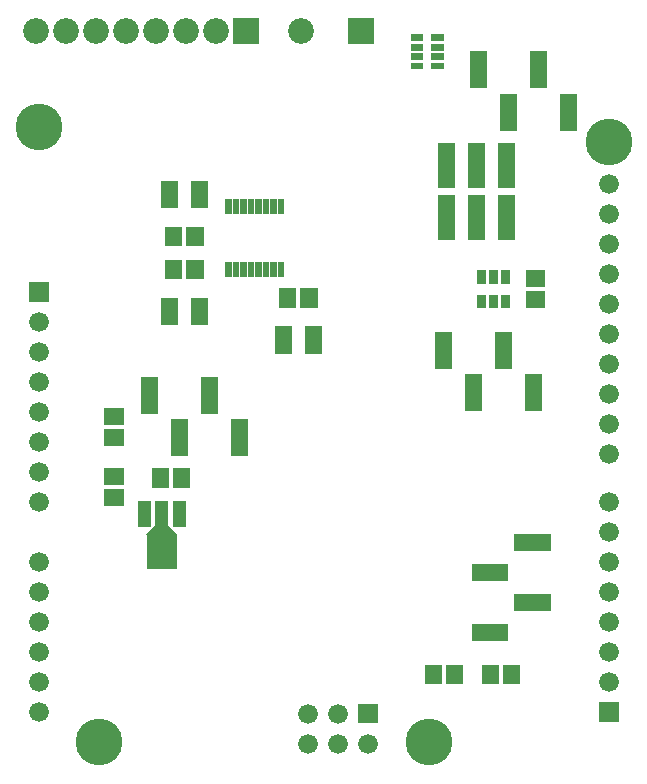
<source format=gbr>
G04 start of page 6 for group -4063 idx -4063 *
G04 Title: (unknown), componentmask *
G04 Creator: pcb 20140316 *
G04 CreationDate: Wed 30 Mar 2016 07:43:05 PM GMT UTC *
G04 For: ndholmes *
G04 Format: Gerber/RS-274X *
G04 PCB-Dimensions (mil): 2100.00 2700.00 *
G04 PCB-Coordinate-Origin: lower left *
%MOIN*%
%FSLAX25Y25*%
%LNTOPMASK*%
%ADD60R,0.0300X0.0300*%
%ADD59R,0.0225X0.0225*%
%ADD58R,0.0550X0.0550*%
%ADD57R,0.1005X0.1005*%
%ADD56R,0.0438X0.0438*%
%ADD55R,0.0572X0.0572*%
%ADD54R,0.0227X0.0227*%
%ADD53R,0.0560X0.0560*%
%ADD52C,0.0860*%
%ADD51C,0.1560*%
%ADD50C,0.0660*%
%ADD49C,0.0001*%
G54D49*G36*
X196700Y23300D02*Y16700D01*
X203300D01*
Y23300D01*
X196700D01*
G37*
G54D50*X200000Y30000D03*
Y40000D03*
Y50000D03*
Y60000D03*
Y70000D03*
G54D51*X140000Y10000D03*
G54D50*X119803Y9449D03*
X109803D03*
X99803D03*
G54D49*G36*
X116503Y22749D02*Y16149D01*
X123103D01*
Y22749D01*
X116503D01*
G37*
G54D50*X109803Y19449D03*
X99803D03*
X10000Y130000D03*
Y120000D03*
Y110000D03*
Y100000D03*
Y90000D03*
Y70000D03*
Y60000D03*
Y50000D03*
Y40000D03*
Y30000D03*
Y20000D03*
G54D51*X30000Y10000D03*
G54D50*X200000Y80000D03*
Y90000D03*
Y106000D03*
Y116000D03*
Y126000D03*
Y136000D03*
Y146000D03*
Y156000D03*
Y166000D03*
Y176000D03*
Y186000D03*
Y196000D03*
G54D51*Y210000D03*
G54D49*G36*
X6700Y163300D02*Y156700D01*
X13300D01*
Y163300D01*
X6700D01*
G37*
G54D50*X10000Y150000D03*
Y140000D03*
G54D51*Y215000D03*
G54D52*X59000Y247000D03*
X49000D03*
X39000D03*
X29000D03*
X19000D03*
X9000D03*
G54D49*G36*
X113200Y251300D02*Y242700D01*
X121800D01*
Y251300D01*
X113200D01*
G37*
G36*
X74700D02*Y242700D01*
X83300D01*
Y251300D01*
X74700D01*
G37*
G54D52*X69000Y247000D03*
X97500D03*
G54D53*X156500Y237413D02*Y230760D01*
X186500Y223240D02*Y216587D01*
X176500Y237413D02*Y230760D01*
X166500Y223240D02*Y216587D01*
G54D54*X135217Y244724D02*X137087D01*
X135217Y241575D02*X137087D01*
X135217Y238425D02*X137087D01*
X135217Y235276D02*X137087D01*
X141913D02*X143783D01*
X141913Y238425D02*X143783D01*
X141913Y241575D02*X143783D01*
X141913Y244724D02*X143783D01*
G54D55*X57543Y98393D02*Y97607D01*
G54D56*X56906Y87984D02*Y83890D01*
G54D55*X50457Y98393D02*Y97607D01*
G54D56*X51000Y87984D02*Y76174D01*
G54D57*Y74440D02*Y72550D01*
G54D49*G36*
X52885Y82429D02*X56149Y79165D01*
X54305Y77321D01*
X51041Y80585D01*
X52885Y82429D01*
G37*
G36*
X45851Y79165D02*X49115Y82429D01*
X50959Y80585D01*
X47695Y77321D01*
X45851Y79165D01*
G37*
G54D56*X45094Y87984D02*Y83890D01*
G54D55*X34607Y98543D02*X35393D01*
X34607Y91457D02*X35393D01*
X34607Y111414D02*X35393D01*
X34607Y118500D02*X35393D01*
G54D53*X47000Y128913D02*Y122260D01*
X57000Y114740D02*Y108087D01*
X77000Y114740D02*Y108087D01*
X67000Y128913D02*Y122260D01*
G54D55*X62043Y178893D02*Y178107D01*
X54957Y178893D02*Y178107D01*
G54D58*X63500Y194300D02*Y190700D01*
X53500Y194300D02*Y190700D01*
G54D55*X62043Y167893D02*Y167107D01*
X54957Y167893D02*Y167107D01*
G54D58*X53500Y155300D02*Y151700D01*
G54D59*X78250Y189925D02*Y187075D01*
X75750Y189925D02*Y187075D01*
X73250Y189925D02*Y187075D01*
X78250Y189000D02*Y188000D01*
X75750Y189000D02*Y188000D01*
X73250Y189000D02*Y188000D01*
X85750Y189925D02*Y187075D01*
X83250Y189925D02*Y187075D01*
X80750Y189925D02*Y187075D01*
X85750Y189000D02*Y188000D01*
X83250Y189000D02*Y188000D01*
X80750Y189000D02*Y188000D01*
X73250Y168000D02*Y167000D01*
X75750Y168000D02*Y167000D01*
X78250Y168000D02*Y167000D01*
X80750Y168000D02*Y167000D01*
X83250Y168000D02*Y167000D01*
X85750Y168000D02*Y167000D01*
G54D58*X63500Y155300D02*Y151700D01*
G54D59*X90750Y189925D02*Y187075D01*
Y189000D02*Y188000D01*
X88250Y189925D02*Y187075D01*
Y189000D02*Y188000D01*
X73250Y168925D02*Y166075D01*
X75750Y168925D02*Y166075D01*
X78250Y168925D02*Y166075D01*
X80750Y168925D02*Y166075D01*
X83250Y168925D02*Y166075D01*
X85750Y168925D02*Y166075D01*
X88250Y168925D02*Y166075D01*
Y168000D02*Y167000D01*
X90750Y168925D02*Y166075D01*
Y168000D02*Y167000D01*
G54D53*X175000Y129740D02*Y123087D01*
X165000Y143913D02*Y137260D01*
X155000Y129740D02*Y123087D01*
G54D55*X175107Y164543D02*X175893D01*
G54D53*X171260Y56500D02*X177913D01*
X171260Y76500D02*X177913D01*
G54D55*X160457Y32893D02*Y32107D01*
X167543Y32893D02*Y32107D01*
X141457Y32893D02*Y32107D01*
X148543Y32893D02*Y32107D01*
G54D58*X101500Y145800D02*Y142200D01*
X91500Y145800D02*Y142200D01*
G54D55*X100043Y158393D02*Y157607D01*
X92957Y158393D02*Y157607D01*
G54D53*X157087Y46500D02*X163740D01*
X157087Y66500D02*X163740D01*
X145000Y143913D02*Y137260D01*
X146000Y189504D02*Y180016D01*
Y206984D02*Y197496D01*
G54D60*X165500Y165800D02*Y164200D01*
X161600Y165800D02*Y164200D01*
X157700Y165800D02*Y164200D01*
Y157600D02*Y156000D01*
X161600Y157600D02*Y156000D01*
X165500Y157600D02*Y156000D01*
G54D55*X175107Y157457D02*X175893D01*
G54D53*X156000Y189504D02*Y180016D01*
X166000Y189504D02*Y180016D01*
Y206984D02*Y197496D01*
X156000Y206984D02*Y197496D01*
M02*

</source>
